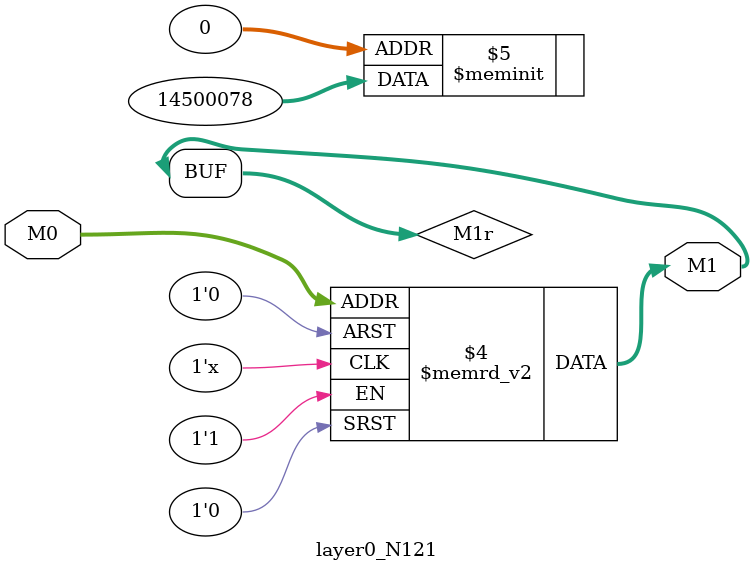
<source format=v>
module layer0_N121 ( input [3:0] M0, output [1:0] M1 );

	(*rom_style = "distributed" *) reg [1:0] M1r;
	assign M1 = M1r;
	always @ (M0) begin
		case (M0)
			4'b0000: M1r = 2'b10;
			4'b1000: M1r = 2'b01;
			4'b0100: M1r = 2'b00;
			4'b1100: M1r = 2'b00;
			4'b0010: M1r = 2'b10;
			4'b1010: M1r = 2'b01;
			4'b0110: M1r = 2'b00;
			4'b1110: M1r = 2'b00;
			4'b0001: M1r = 2'b11;
			4'b1001: M1r = 2'b11;
			4'b0101: M1r = 2'b00;
			4'b1101: M1r = 2'b00;
			4'b0011: M1r = 2'b11;
			4'b1011: M1r = 2'b11;
			4'b0111: M1r = 2'b01;
			4'b1111: M1r = 2'b00;

		endcase
	end
endmodule

</source>
